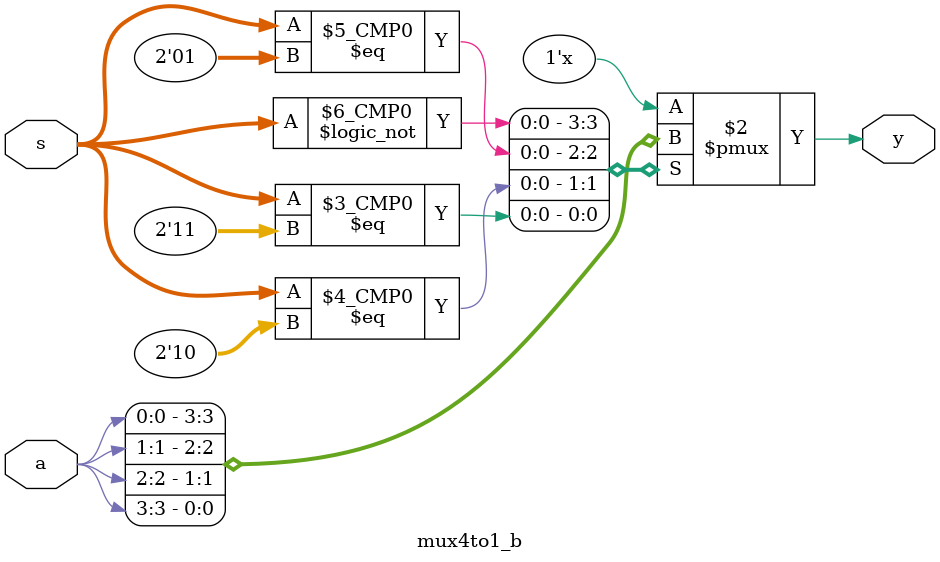
<source format=v>
module mux4to1_b(
  input  [3:0] a,
  input  [1:0] s,
  output  reg [0:0] y
);

always @(*)
begin
  case(s)
    2'b00: y = a[0];
    2'b01: y = a[1];
    2'b10: y = a[2];
    2'b11: y = a[3];
  endcase
end

endmodule
</source>
